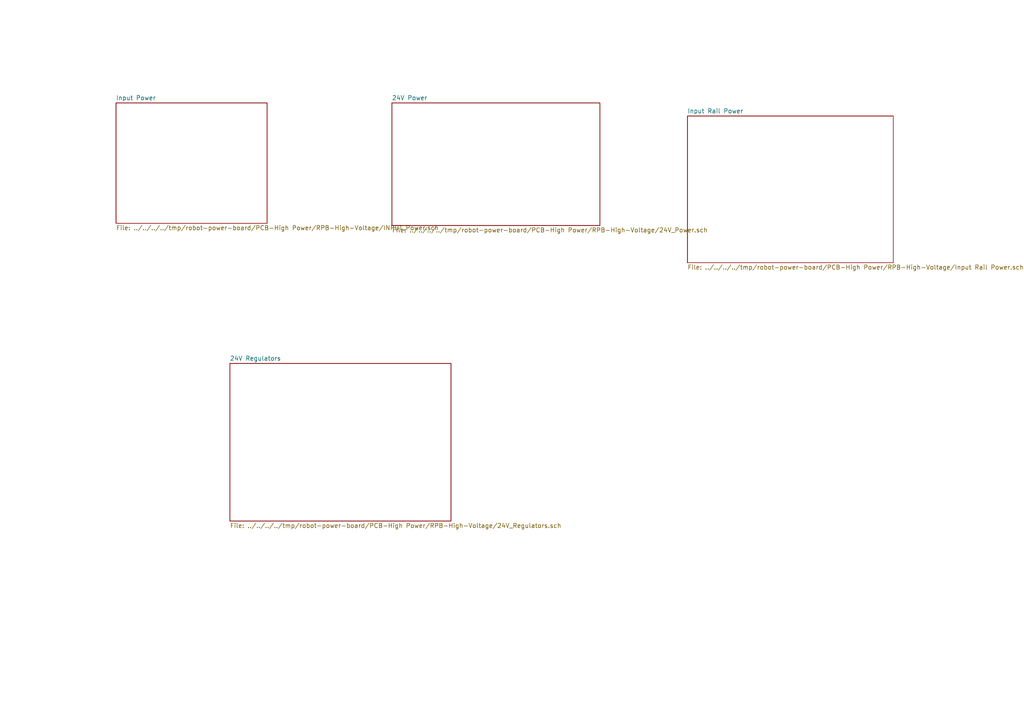
<source format=kicad_sch>
(kicad_sch (version 20230121) (generator eeschema)
  (paper "A4")
  (lib_symbols)
  (sheet (at 33.655 29.845) (size 43.815 34.925)
    (property "Sheetname" "Input Power" (at 33.655 29.1334 0) (effects (justify left bottom)))
    (property "Sheetfile" "../../../../tmp/robot-power-board/PCB-High Power/RPB-High-Voltage/INPUT_Power.sch" (at 33.655 65.3546 0) (effects (justify left top)))
  )
  (sheet (at 113.665 29.845) (size 60.325 35.56)
    (property "Sheetname" "24V Power " (at 113.665 29.1334 0) (effects (justify left bottom)))
    (property "Sheetfile" "../../../../tmp/robot-power-board/PCB-High Power/RPB-High-Voltage/24V_Power.sch" (at 113.665 65.9896 0) (effects (justify left top)))
  )
  (sheet (at 199.39 33.655) (size 59.69 42.545)
    (property "Sheetname" "Input Rail Power" (at 199.39 32.9434 0) (effects (justify left bottom)))
    (property "Sheetfile" "../../../../tmp/robot-power-board/PCB-High Power/RPB-High-Voltage/Input Rail Power.sch" (at 199.39 76.7846 0) (effects (justify left top)))
  )
  (sheet (at 66.675 105.41) (size 64.135 45.72)
    (property "Sheetname" "24V Regulators" (at 66.675 104.6984 0) (effects (justify left bottom)))
    (property "Sheetfile" "../../../../tmp/robot-power-board/PCB-High Power/RPB-High-Voltage/24V_Regulators.sch" (at 66.675 151.7146 0) (effects (justify left top)))
  )
)
</source>
